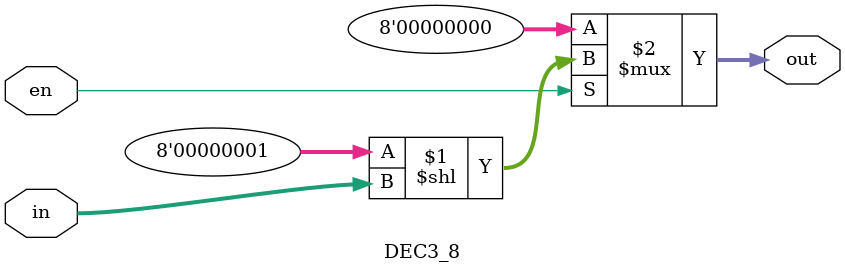
<source format=v>
`timescale 1ns/1ps

module DEC2_4 (
  input [1:0] in,
  input en,
  output [3:0] out
);
  assign out = en ? (4'b0001 << in) : 4'b0000;
endmodule

module DEC3_8 (
  input [2:0] in,
  input en,
  output [7:0] out
);
  assign out = en ? (8'b00000001 << in) : 8'b00000000;
endmodule

</source>
